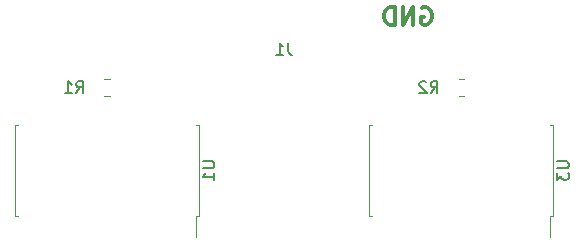
<source format=gbr>
%TF.GenerationSoftware,KiCad,Pcbnew,(6.0.9)*%
%TF.CreationDate,2023-04-12T13:33:38+10:00*%
%TF.ProjectId,VisorPlate2.0,5669736f-7250-46c6-9174-65322e302e6b,rev?*%
%TF.SameCoordinates,Original*%
%TF.FileFunction,Legend,Bot*%
%TF.FilePolarity,Positive*%
%FSLAX46Y46*%
G04 Gerber Fmt 4.6, Leading zero omitted, Abs format (unit mm)*
G04 Created by KiCad (PCBNEW (6.0.9)) date 2023-04-12 13:33:38*
%MOMM*%
%LPD*%
G01*
G04 APERTURE LIST*
%ADD10C,0.300000*%
%ADD11C,0.150000*%
%ADD12C,0.120000*%
G04 APERTURE END LIST*
D10*
X141642857Y-57250000D02*
X141785714Y-57178571D01*
X142000000Y-57178571D01*
X142214285Y-57250000D01*
X142357142Y-57392857D01*
X142428571Y-57535714D01*
X142500000Y-57821428D01*
X142500000Y-58035714D01*
X142428571Y-58321428D01*
X142357142Y-58464285D01*
X142214285Y-58607142D01*
X142000000Y-58678571D01*
X141857142Y-58678571D01*
X141642857Y-58607142D01*
X141571428Y-58535714D01*
X141571428Y-58035714D01*
X141857142Y-58035714D01*
X140928571Y-58678571D02*
X140928571Y-57178571D01*
X140071428Y-58678571D01*
X140071428Y-57178571D01*
X139357142Y-58678571D02*
X139357142Y-57178571D01*
X139000000Y-57178571D01*
X138785714Y-57250000D01*
X138642857Y-57392857D01*
X138571428Y-57535714D01*
X138500000Y-57821428D01*
X138500000Y-58035714D01*
X138571428Y-58321428D01*
X138642857Y-58464285D01*
X138785714Y-58607142D01*
X139000000Y-58678571D01*
X139357142Y-58678571D01*
D11*
%TO.C,U3*%
X153102380Y-70238095D02*
X153911904Y-70238095D01*
X154007142Y-70285714D01*
X154054761Y-70333333D01*
X154102380Y-70428571D01*
X154102380Y-70619047D01*
X154054761Y-70714285D01*
X154007142Y-70761904D01*
X153911904Y-70809523D01*
X153102380Y-70809523D01*
X153102380Y-71190476D02*
X153102380Y-71809523D01*
X153483333Y-71476190D01*
X153483333Y-71619047D01*
X153530952Y-71714285D01*
X153578571Y-71761904D01*
X153673809Y-71809523D01*
X153911904Y-71809523D01*
X154007142Y-71761904D01*
X154054761Y-71714285D01*
X154102380Y-71619047D01*
X154102380Y-71333333D01*
X154054761Y-71238095D01*
X154007142Y-71190476D01*
%TO.C,U1*%
X123102380Y-70238095D02*
X123911904Y-70238095D01*
X124007142Y-70285714D01*
X124054761Y-70333333D01*
X124102380Y-70428571D01*
X124102380Y-70619047D01*
X124054761Y-70714285D01*
X124007142Y-70761904D01*
X123911904Y-70809523D01*
X123102380Y-70809523D01*
X124102380Y-71809523D02*
X124102380Y-71238095D01*
X124102380Y-71523809D02*
X123102380Y-71523809D01*
X123245238Y-71428571D01*
X123340476Y-71333333D01*
X123388095Y-71238095D01*
%TO.C,J1*%
X130333333Y-60202380D02*
X130333333Y-60916666D01*
X130380952Y-61059523D01*
X130476190Y-61154761D01*
X130619047Y-61202380D01*
X130714285Y-61202380D01*
X129333333Y-61202380D02*
X129904761Y-61202380D01*
X129619047Y-61202380D02*
X129619047Y-60202380D01*
X129714285Y-60345238D01*
X129809523Y-60440476D01*
X129904761Y-60488095D01*
%TO.C,R1*%
X112416666Y-64452380D02*
X112750000Y-63976190D01*
X112988095Y-64452380D02*
X112988095Y-63452380D01*
X112607142Y-63452380D01*
X112511904Y-63500000D01*
X112464285Y-63547619D01*
X112416666Y-63642857D01*
X112416666Y-63785714D01*
X112464285Y-63880952D01*
X112511904Y-63928571D01*
X112607142Y-63976190D01*
X112988095Y-63976190D01*
X111464285Y-64452380D02*
X112035714Y-64452380D01*
X111750000Y-64452380D02*
X111750000Y-63452380D01*
X111845238Y-63595238D01*
X111940476Y-63690476D01*
X112035714Y-63738095D01*
%TO.C,R2*%
X142416666Y-64452380D02*
X142750000Y-63976190D01*
X142988095Y-64452380D02*
X142988095Y-63452380D01*
X142607142Y-63452380D01*
X142511904Y-63500000D01*
X142464285Y-63547619D01*
X142416666Y-63642857D01*
X142416666Y-63785714D01*
X142464285Y-63880952D01*
X142511904Y-63928571D01*
X142607142Y-63976190D01*
X142988095Y-63976190D01*
X142035714Y-63547619D02*
X141988095Y-63500000D01*
X141892857Y-63452380D01*
X141654761Y-63452380D01*
X141559523Y-63500000D01*
X141511904Y-63547619D01*
X141464285Y-63642857D01*
X141464285Y-63738095D01*
X141511904Y-63880952D01*
X142083333Y-64452380D01*
X141464285Y-64452380D01*
D12*
%TO.C,U3*%
X137190000Y-67140000D02*
X137455000Y-67140000D01*
X152810000Y-74860000D02*
X152545000Y-74860000D01*
X137190000Y-71000000D02*
X137190000Y-74860000D01*
X152545000Y-74860000D02*
X152545000Y-76675000D01*
X152810000Y-67140000D02*
X152545000Y-67140000D01*
X137190000Y-71000000D02*
X137190000Y-67140000D01*
X152810000Y-71000000D02*
X152810000Y-67140000D01*
X137190000Y-74860000D02*
X137455000Y-74860000D01*
X152810000Y-71000000D02*
X152810000Y-74860000D01*
%TO.C,U1*%
X107190000Y-67140000D02*
X107455000Y-67140000D01*
X122810000Y-74860000D02*
X122545000Y-74860000D01*
X107190000Y-71000000D02*
X107190000Y-74860000D01*
X122545000Y-74860000D02*
X122545000Y-76675000D01*
X122810000Y-67140000D02*
X122545000Y-67140000D01*
X107190000Y-71000000D02*
X107190000Y-67140000D01*
X122810000Y-71000000D02*
X122810000Y-67140000D01*
X107190000Y-74860000D02*
X107455000Y-74860000D01*
X122810000Y-71000000D02*
X122810000Y-74860000D01*
%TO.C,R1*%
X114772936Y-63265000D02*
X115227064Y-63265000D01*
X114772936Y-64735000D02*
X115227064Y-64735000D01*
%TO.C,R2*%
X144772936Y-64735000D02*
X145227064Y-64735000D01*
X144772936Y-63265000D02*
X145227064Y-63265000D01*
%TD*%
M02*

</source>
